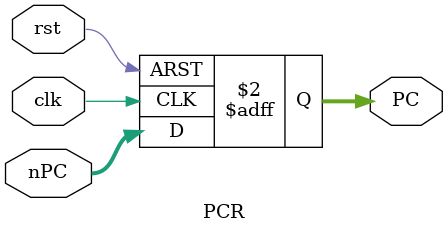
<source format=v>
module PCR(PC, nPC, clk, rst);
	output reg [31:0]PC;
	input [31:0]nPC;
	input clk, rst;
	
	always @(posedge clk, posedge rst)
	begin
		if(rst)
			PC <= 0;
		else
			PC <= nPC;
	end
endmodule
</source>
